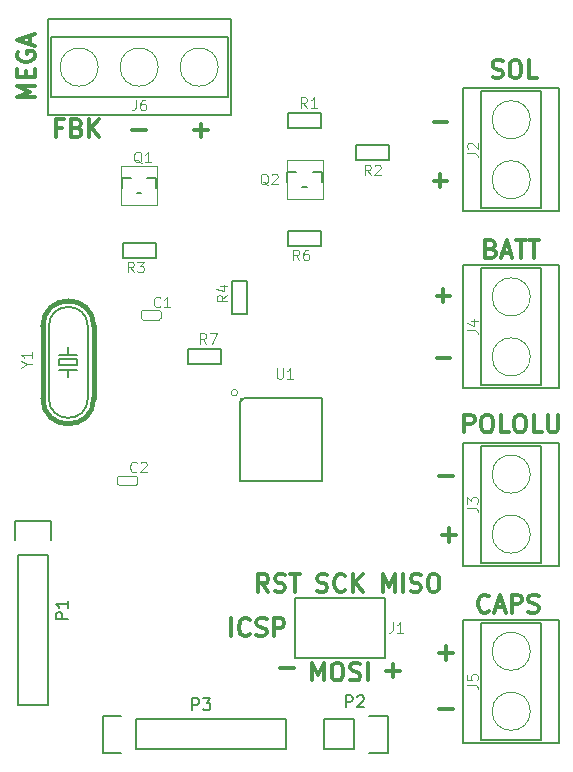
<source format=gto>
G04 #@! TF.FileFunction,Legend,Top*
%FSLAX46Y46*%
G04 Gerber Fmt 4.6, Leading zero omitted, Abs format (unit mm)*
G04 Created by KiCad (PCBNEW 4.0.2+dfsg1-stable) date ti. 12. des. 2017 kl. 16.44 +0100*
%MOMM*%
G01*
G04 APERTURE LIST*
%ADD10C,0.100000*%
%ADD11C,0.300000*%
%ADD12C,0.076200*%
%ADD13C,0.066040*%
%ADD14C,0.127000*%
%ADD15C,0.063500*%
%ADD16C,0.150000*%
%ADD17C,0.152400*%
%ADD18C,0.406400*%
%ADD19C,0.101600*%
G04 APERTURE END LIST*
D10*
D11*
X169142857Y-117428571D02*
X169142857Y-115928571D01*
X169642857Y-117000000D01*
X170142857Y-115928571D01*
X170142857Y-117428571D01*
X170857143Y-117428571D02*
X170857143Y-115928571D01*
X171500000Y-117357143D02*
X171714286Y-117428571D01*
X172071429Y-117428571D01*
X172214286Y-117357143D01*
X172285715Y-117285714D01*
X172357143Y-117142857D01*
X172357143Y-117000000D01*
X172285715Y-116857143D01*
X172214286Y-116785714D01*
X172071429Y-116714286D01*
X171785715Y-116642857D01*
X171642857Y-116571429D01*
X171571429Y-116500000D01*
X171500000Y-116357143D01*
X171500000Y-116214286D01*
X171571429Y-116071429D01*
X171642857Y-116000000D01*
X171785715Y-115928571D01*
X172142857Y-115928571D01*
X172357143Y-116000000D01*
X173285714Y-115928571D02*
X173571428Y-115928571D01*
X173714286Y-116000000D01*
X173857143Y-116142857D01*
X173928571Y-116428571D01*
X173928571Y-116928571D01*
X173857143Y-117214286D01*
X173714286Y-117357143D01*
X173571428Y-117428571D01*
X173285714Y-117428571D01*
X173142857Y-117357143D01*
X173000000Y-117214286D01*
X172928571Y-116928571D01*
X172928571Y-116428571D01*
X173000000Y-116142857D01*
X173142857Y-116000000D01*
X173285714Y-115928571D01*
X159428572Y-117428571D02*
X158928572Y-116714286D01*
X158571429Y-117428571D02*
X158571429Y-115928571D01*
X159142857Y-115928571D01*
X159285715Y-116000000D01*
X159357143Y-116071429D01*
X159428572Y-116214286D01*
X159428572Y-116428571D01*
X159357143Y-116571429D01*
X159285715Y-116642857D01*
X159142857Y-116714286D01*
X158571429Y-116714286D01*
X160000000Y-117357143D02*
X160214286Y-117428571D01*
X160571429Y-117428571D01*
X160714286Y-117357143D01*
X160785715Y-117285714D01*
X160857143Y-117142857D01*
X160857143Y-117000000D01*
X160785715Y-116857143D01*
X160714286Y-116785714D01*
X160571429Y-116714286D01*
X160285715Y-116642857D01*
X160142857Y-116571429D01*
X160071429Y-116500000D01*
X160000000Y-116357143D01*
X160000000Y-116214286D01*
X160071429Y-116071429D01*
X160142857Y-116000000D01*
X160285715Y-115928571D01*
X160642857Y-115928571D01*
X160857143Y-116000000D01*
X161285714Y-115928571D02*
X162142857Y-115928571D01*
X161714286Y-117428571D02*
X161714286Y-115928571D01*
X163571429Y-117357143D02*
X163785715Y-117428571D01*
X164142858Y-117428571D01*
X164285715Y-117357143D01*
X164357144Y-117285714D01*
X164428572Y-117142857D01*
X164428572Y-117000000D01*
X164357144Y-116857143D01*
X164285715Y-116785714D01*
X164142858Y-116714286D01*
X163857144Y-116642857D01*
X163714286Y-116571429D01*
X163642858Y-116500000D01*
X163571429Y-116357143D01*
X163571429Y-116214286D01*
X163642858Y-116071429D01*
X163714286Y-116000000D01*
X163857144Y-115928571D01*
X164214286Y-115928571D01*
X164428572Y-116000000D01*
X165928572Y-117285714D02*
X165857143Y-117357143D01*
X165642857Y-117428571D01*
X165500000Y-117428571D01*
X165285715Y-117357143D01*
X165142857Y-117214286D01*
X165071429Y-117071429D01*
X165000000Y-116785714D01*
X165000000Y-116571429D01*
X165071429Y-116285714D01*
X165142857Y-116142857D01*
X165285715Y-116000000D01*
X165500000Y-115928571D01*
X165642857Y-115928571D01*
X165857143Y-116000000D01*
X165928572Y-116071429D01*
X166571429Y-117428571D02*
X166571429Y-115928571D01*
X167428572Y-117428571D02*
X166785715Y-116571429D01*
X167428572Y-115928571D02*
X166571429Y-116785714D01*
X169428572Y-124107143D02*
X170571429Y-124107143D01*
X170000000Y-124678571D02*
X170000000Y-123535714D01*
X163142857Y-124928571D02*
X163142857Y-123428571D01*
X163642857Y-124500000D01*
X164142857Y-123428571D01*
X164142857Y-124928571D01*
X165142857Y-123428571D02*
X165428571Y-123428571D01*
X165571429Y-123500000D01*
X165714286Y-123642857D01*
X165785714Y-123928571D01*
X165785714Y-124428571D01*
X165714286Y-124714286D01*
X165571429Y-124857143D01*
X165428571Y-124928571D01*
X165142857Y-124928571D01*
X165000000Y-124857143D01*
X164857143Y-124714286D01*
X164785714Y-124428571D01*
X164785714Y-123928571D01*
X164857143Y-123642857D01*
X165000000Y-123500000D01*
X165142857Y-123428571D01*
X166357143Y-124857143D02*
X166571429Y-124928571D01*
X166928572Y-124928571D01*
X167071429Y-124857143D01*
X167142858Y-124785714D01*
X167214286Y-124642857D01*
X167214286Y-124500000D01*
X167142858Y-124357143D01*
X167071429Y-124285714D01*
X166928572Y-124214286D01*
X166642858Y-124142857D01*
X166500000Y-124071429D01*
X166428572Y-124000000D01*
X166357143Y-123857143D01*
X166357143Y-123714286D01*
X166428572Y-123571429D01*
X166500000Y-123500000D01*
X166642858Y-123428571D01*
X167000000Y-123428571D01*
X167214286Y-123500000D01*
X167857143Y-124928571D02*
X167857143Y-123428571D01*
X160428572Y-123857143D02*
X161571429Y-123857143D01*
X156285715Y-121178571D02*
X156285715Y-119678571D01*
X157857144Y-121035714D02*
X157785715Y-121107143D01*
X157571429Y-121178571D01*
X157428572Y-121178571D01*
X157214287Y-121107143D01*
X157071429Y-120964286D01*
X157000001Y-120821429D01*
X156928572Y-120535714D01*
X156928572Y-120321429D01*
X157000001Y-120035714D01*
X157071429Y-119892857D01*
X157214287Y-119750000D01*
X157428572Y-119678571D01*
X157571429Y-119678571D01*
X157785715Y-119750000D01*
X157857144Y-119821429D01*
X158428572Y-121107143D02*
X158642858Y-121178571D01*
X159000001Y-121178571D01*
X159142858Y-121107143D01*
X159214287Y-121035714D01*
X159285715Y-120892857D01*
X159285715Y-120750000D01*
X159214287Y-120607143D01*
X159142858Y-120535714D01*
X159000001Y-120464286D01*
X158714287Y-120392857D01*
X158571429Y-120321429D01*
X158500001Y-120250000D01*
X158428572Y-120107143D01*
X158428572Y-119964286D01*
X158500001Y-119821429D01*
X158571429Y-119750000D01*
X158714287Y-119678571D01*
X159071429Y-119678571D01*
X159285715Y-119750000D01*
X159928572Y-121178571D02*
X159928572Y-119678571D01*
X160500000Y-119678571D01*
X160642858Y-119750000D01*
X160714286Y-119821429D01*
X160785715Y-119964286D01*
X160785715Y-120178571D01*
X160714286Y-120321429D01*
X160642858Y-120392857D01*
X160500000Y-120464286D01*
X159928572Y-120464286D01*
X173928572Y-127357143D02*
X175071429Y-127357143D01*
X173928572Y-122607143D02*
X175071429Y-122607143D01*
X174500000Y-123178571D02*
X174500000Y-122035714D01*
X178107144Y-119035714D02*
X178035715Y-119107143D01*
X177821429Y-119178571D01*
X177678572Y-119178571D01*
X177464287Y-119107143D01*
X177321429Y-118964286D01*
X177250001Y-118821429D01*
X177178572Y-118535714D01*
X177178572Y-118321429D01*
X177250001Y-118035714D01*
X177321429Y-117892857D01*
X177464287Y-117750000D01*
X177678572Y-117678571D01*
X177821429Y-117678571D01*
X178035715Y-117750000D01*
X178107144Y-117821429D01*
X178678572Y-118750000D02*
X179392858Y-118750000D01*
X178535715Y-119178571D02*
X179035715Y-117678571D01*
X179535715Y-119178571D01*
X180035715Y-119178571D02*
X180035715Y-117678571D01*
X180607143Y-117678571D01*
X180750001Y-117750000D01*
X180821429Y-117821429D01*
X180892858Y-117964286D01*
X180892858Y-118178571D01*
X180821429Y-118321429D01*
X180750001Y-118392857D01*
X180607143Y-118464286D01*
X180035715Y-118464286D01*
X181464286Y-119107143D02*
X181678572Y-119178571D01*
X182035715Y-119178571D01*
X182178572Y-119107143D01*
X182250001Y-119035714D01*
X182321429Y-118892857D01*
X182321429Y-118750000D01*
X182250001Y-118607143D01*
X182178572Y-118535714D01*
X182035715Y-118464286D01*
X181750001Y-118392857D01*
X181607143Y-118321429D01*
X181535715Y-118250000D01*
X181464286Y-118107143D01*
X181464286Y-117964286D01*
X181535715Y-117821429D01*
X181607143Y-117750000D01*
X181750001Y-117678571D01*
X182107143Y-117678571D01*
X182321429Y-117750000D01*
X174178572Y-112607143D02*
X175321429Y-112607143D01*
X174750000Y-113178571D02*
X174750000Y-112035714D01*
X173928572Y-107607143D02*
X175071429Y-107607143D01*
X176035714Y-103928571D02*
X176035714Y-102428571D01*
X176607142Y-102428571D01*
X176750000Y-102500000D01*
X176821428Y-102571429D01*
X176892857Y-102714286D01*
X176892857Y-102928571D01*
X176821428Y-103071429D01*
X176750000Y-103142857D01*
X176607142Y-103214286D01*
X176035714Y-103214286D01*
X177821428Y-102428571D02*
X178107142Y-102428571D01*
X178250000Y-102500000D01*
X178392857Y-102642857D01*
X178464285Y-102928571D01*
X178464285Y-103428571D01*
X178392857Y-103714286D01*
X178250000Y-103857143D01*
X178107142Y-103928571D01*
X177821428Y-103928571D01*
X177678571Y-103857143D01*
X177535714Y-103714286D01*
X177464285Y-103428571D01*
X177464285Y-102928571D01*
X177535714Y-102642857D01*
X177678571Y-102500000D01*
X177821428Y-102428571D01*
X179821429Y-103928571D02*
X179107143Y-103928571D01*
X179107143Y-102428571D01*
X180607143Y-102428571D02*
X180892857Y-102428571D01*
X181035715Y-102500000D01*
X181178572Y-102642857D01*
X181250000Y-102928571D01*
X181250000Y-103428571D01*
X181178572Y-103714286D01*
X181035715Y-103857143D01*
X180892857Y-103928571D01*
X180607143Y-103928571D01*
X180464286Y-103857143D01*
X180321429Y-103714286D01*
X180250000Y-103428571D01*
X180250000Y-102928571D01*
X180321429Y-102642857D01*
X180464286Y-102500000D01*
X180607143Y-102428571D01*
X182607144Y-103928571D02*
X181892858Y-103928571D01*
X181892858Y-102428571D01*
X183107144Y-102428571D02*
X183107144Y-103642857D01*
X183178572Y-103785714D01*
X183250001Y-103857143D01*
X183392858Y-103928571D01*
X183678572Y-103928571D01*
X183821430Y-103857143D01*
X183892858Y-103785714D01*
X183964287Y-103642857D01*
X183964287Y-102428571D01*
X173678572Y-97607143D02*
X174821429Y-97607143D01*
X173678572Y-92357143D02*
X174821429Y-92357143D01*
X174250000Y-92928571D02*
X174250000Y-91785714D01*
X178321429Y-88392857D02*
X178535715Y-88464286D01*
X178607143Y-88535714D01*
X178678572Y-88678571D01*
X178678572Y-88892857D01*
X178607143Y-89035714D01*
X178535715Y-89107143D01*
X178392857Y-89178571D01*
X177821429Y-89178571D01*
X177821429Y-87678571D01*
X178321429Y-87678571D01*
X178464286Y-87750000D01*
X178535715Y-87821429D01*
X178607143Y-87964286D01*
X178607143Y-88107143D01*
X178535715Y-88250000D01*
X178464286Y-88321429D01*
X178321429Y-88392857D01*
X177821429Y-88392857D01*
X179250000Y-88750000D02*
X179964286Y-88750000D01*
X179107143Y-89178571D02*
X179607143Y-87678571D01*
X180107143Y-89178571D01*
X180392857Y-87678571D02*
X181250000Y-87678571D01*
X180821429Y-89178571D02*
X180821429Y-87678571D01*
X181535714Y-87678571D02*
X182392857Y-87678571D01*
X181964286Y-89178571D02*
X181964286Y-87678571D01*
X173428572Y-82607143D02*
X174571429Y-82607143D01*
X174000000Y-83178571D02*
X174000000Y-82035714D01*
X173428572Y-77607143D02*
X174571429Y-77607143D01*
X178428571Y-73857143D02*
X178642857Y-73928571D01*
X179000000Y-73928571D01*
X179142857Y-73857143D01*
X179214286Y-73785714D01*
X179285714Y-73642857D01*
X179285714Y-73500000D01*
X179214286Y-73357143D01*
X179142857Y-73285714D01*
X179000000Y-73214286D01*
X178714286Y-73142857D01*
X178571428Y-73071429D01*
X178500000Y-73000000D01*
X178428571Y-72857143D01*
X178428571Y-72714286D01*
X178500000Y-72571429D01*
X178571428Y-72500000D01*
X178714286Y-72428571D01*
X179071428Y-72428571D01*
X179285714Y-72500000D01*
X180214285Y-72428571D02*
X180499999Y-72428571D01*
X180642857Y-72500000D01*
X180785714Y-72642857D01*
X180857142Y-72928571D01*
X180857142Y-73428571D01*
X180785714Y-73714286D01*
X180642857Y-73857143D01*
X180499999Y-73928571D01*
X180214285Y-73928571D01*
X180071428Y-73857143D01*
X179928571Y-73714286D01*
X179857142Y-73428571D01*
X179857142Y-72928571D01*
X179928571Y-72642857D01*
X180071428Y-72500000D01*
X180214285Y-72428571D01*
X182214286Y-73928571D02*
X181500000Y-73928571D01*
X181500000Y-72428571D01*
X139678571Y-75571428D02*
X138178571Y-75571428D01*
X139250000Y-75071428D01*
X138178571Y-74571428D01*
X139678571Y-74571428D01*
X138892857Y-73857142D02*
X138892857Y-73357142D01*
X139678571Y-73142856D02*
X139678571Y-73857142D01*
X138178571Y-73857142D01*
X138178571Y-73142856D01*
X138250000Y-71714285D02*
X138178571Y-71857142D01*
X138178571Y-72071428D01*
X138250000Y-72285713D01*
X138392857Y-72428571D01*
X138535714Y-72499999D01*
X138821429Y-72571428D01*
X139035714Y-72571428D01*
X139321429Y-72499999D01*
X139464286Y-72428571D01*
X139607143Y-72285713D01*
X139678571Y-72071428D01*
X139678571Y-71928571D01*
X139607143Y-71714285D01*
X139535714Y-71642856D01*
X139035714Y-71642856D01*
X139035714Y-71928571D01*
X139250000Y-71071428D02*
X139250000Y-70357142D01*
X139678571Y-71214285D02*
X138178571Y-70714285D01*
X139678571Y-70214285D01*
X153178572Y-78357143D02*
X154321429Y-78357143D01*
X153750000Y-78928571D02*
X153750000Y-77785714D01*
X147928572Y-78357143D02*
X149071429Y-78357143D01*
X141964286Y-78142857D02*
X141464286Y-78142857D01*
X141464286Y-78928571D02*
X141464286Y-77428571D01*
X142178572Y-77428571D01*
X143250000Y-78142857D02*
X143464286Y-78214286D01*
X143535714Y-78285714D01*
X143607143Y-78428571D01*
X143607143Y-78642857D01*
X143535714Y-78785714D01*
X143464286Y-78857143D01*
X143321428Y-78928571D01*
X142750000Y-78928571D01*
X142750000Y-77428571D01*
X143250000Y-77428571D01*
X143392857Y-77500000D01*
X143464286Y-77571429D01*
X143535714Y-77714286D01*
X143535714Y-77857143D01*
X143464286Y-78000000D01*
X143392857Y-78071429D01*
X143250000Y-78142857D01*
X142750000Y-78142857D01*
X144250000Y-78928571D02*
X144250000Y-77428571D01*
X145107143Y-78928571D02*
X144464286Y-78071429D01*
X145107143Y-77428571D02*
X144250000Y-78285714D01*
D12*
X150338200Y-93733300D02*
X150338200Y-94266700D01*
X150211200Y-94393700D02*
X148788800Y-94393700D01*
X148661800Y-94266700D02*
X148661800Y-93733300D01*
X148788800Y-93606300D02*
X150211200Y-93606300D01*
X150338200Y-93733300D02*
G75*
G03X150211200Y-93606300I-127000J0D01*
G01*
X150211200Y-94393700D02*
G75*
G03X150338200Y-94266700I0J127000D01*
G01*
X148661800Y-94266700D02*
G75*
G03X148788800Y-94393700I127000J0D01*
G01*
X148788800Y-93606300D02*
G75*
G03X148661800Y-93733300I0J-127000D01*
G01*
X148338200Y-107733300D02*
X148338200Y-108266700D01*
X148211200Y-108393700D02*
X146788800Y-108393700D01*
X146661800Y-108266700D02*
X146661800Y-107733300D01*
X146788800Y-107606300D02*
X148211200Y-107606300D01*
X148338200Y-107733300D02*
G75*
G03X148211200Y-107606300I-127000J0D01*
G01*
X148211200Y-108393700D02*
G75*
G03X148338200Y-108266700I0J127000D01*
G01*
X146661800Y-108266700D02*
G75*
G03X146788800Y-108393700I127000J0D01*
G01*
X146788800Y-107606300D02*
G75*
G03X146661800Y-107733300I0J-127000D01*
G01*
D13*
X161690000Y-117960000D02*
X161690000Y-123040000D01*
X161690000Y-123040000D02*
X169310000Y-123040000D01*
X169310000Y-117960000D02*
X169310000Y-123040000D01*
X161690000Y-117960000D02*
X169310000Y-117960000D01*
D14*
X169310000Y-117960000D02*
X169310000Y-123040000D01*
X169310000Y-123040000D02*
X161690000Y-123040000D01*
X161690000Y-123040000D02*
X161690000Y-117960000D01*
X161690000Y-117960000D02*
X169310000Y-117960000D01*
D10*
X169310000Y-117960000D02*
X169310000Y-123040000D01*
X169310000Y-123040000D02*
X161690000Y-123040000D01*
X161690000Y-123040000D02*
X161690000Y-117960000D01*
X161690000Y-117960000D02*
X169310000Y-117960000D01*
D13*
X184064000Y-74793000D02*
X175936000Y-74793000D01*
X175936000Y-74793000D02*
X175936000Y-85207000D01*
X184064000Y-85207000D02*
X175936000Y-85207000D01*
X184064000Y-74793000D02*
X184064000Y-85207000D01*
D14*
X184064000Y-85207000D02*
X175936000Y-85207000D01*
X175936000Y-85207000D02*
X175936000Y-74793000D01*
X175936000Y-74793000D02*
X184064000Y-74793000D01*
X184064000Y-74793000D02*
X184064000Y-85207000D01*
X182540000Y-84953000D02*
X177460000Y-84953000D01*
X177460000Y-84953000D02*
X177460000Y-75047000D01*
X177460000Y-75047000D02*
X182540000Y-75047000D01*
X182540000Y-75047000D02*
X182540000Y-84953000D01*
D15*
X181616446Y-82540000D02*
G75*
G03X181616446Y-82540000I-1616446J0D01*
G01*
X181616446Y-77460000D02*
G75*
G03X181616446Y-77460000I-1616446J0D01*
G01*
D13*
X184064000Y-104793000D02*
X175936000Y-104793000D01*
X175936000Y-104793000D02*
X175936000Y-115207000D01*
X184064000Y-115207000D02*
X175936000Y-115207000D01*
X184064000Y-104793000D02*
X184064000Y-115207000D01*
D14*
X184064000Y-115207000D02*
X175936000Y-115207000D01*
X175936000Y-115207000D02*
X175936000Y-104793000D01*
X175936000Y-104793000D02*
X184064000Y-104793000D01*
X184064000Y-104793000D02*
X184064000Y-115207000D01*
X182540000Y-114953000D02*
X177460000Y-114953000D01*
X177460000Y-114953000D02*
X177460000Y-105047000D01*
X177460000Y-105047000D02*
X182540000Y-105047000D01*
X182540000Y-105047000D02*
X182540000Y-114953000D01*
D15*
X181616446Y-112540000D02*
G75*
G03X181616446Y-112540000I-1616446J0D01*
G01*
X181616446Y-107460000D02*
G75*
G03X181616446Y-107460000I-1616446J0D01*
G01*
D13*
X175936000Y-100207000D02*
X184064000Y-100207000D01*
X184064000Y-100207000D02*
X184064000Y-89793000D01*
X175936000Y-89793000D02*
X184064000Y-89793000D01*
X175936000Y-100207000D02*
X175936000Y-89793000D01*
D14*
X175936000Y-89793000D02*
X184064000Y-89793000D01*
X184064000Y-89793000D02*
X184064000Y-100207000D01*
X184064000Y-100207000D02*
X175936000Y-100207000D01*
X175936000Y-100207000D02*
X175936000Y-89793000D01*
X177460000Y-90047000D02*
X182540000Y-90047000D01*
X182540000Y-90047000D02*
X182540000Y-99953000D01*
X182540000Y-99953000D02*
X177460000Y-99953000D01*
X177460000Y-99953000D02*
X177460000Y-90047000D01*
D15*
X181616446Y-92460000D02*
G75*
G03X181616446Y-92460000I-1616446J0D01*
G01*
X181616446Y-97540000D02*
G75*
G03X181616446Y-97540000I-1616446J0D01*
G01*
D13*
X175936000Y-130207000D02*
X184064000Y-130207000D01*
X184064000Y-130207000D02*
X184064000Y-119793000D01*
X175936000Y-119793000D02*
X184064000Y-119793000D01*
X175936000Y-130207000D02*
X175936000Y-119793000D01*
D14*
X175936000Y-119793000D02*
X184064000Y-119793000D01*
X184064000Y-119793000D02*
X184064000Y-130207000D01*
X184064000Y-130207000D02*
X175936000Y-130207000D01*
X175936000Y-130207000D02*
X175936000Y-119793000D01*
X177460000Y-120047000D02*
X182540000Y-120047000D01*
X182540000Y-120047000D02*
X182540000Y-129953000D01*
X182540000Y-129953000D02*
X177460000Y-129953000D01*
X177460000Y-129953000D02*
X177460000Y-120047000D01*
D15*
X181616446Y-122460000D02*
G75*
G03X181616446Y-122460000I-1616446J0D01*
G01*
X181616446Y-127540000D02*
G75*
G03X181616446Y-127540000I-1616446J0D01*
G01*
D13*
X140753000Y-68936000D02*
X140753000Y-77064000D01*
X140753000Y-77064000D02*
X156247000Y-77064000D01*
X156247000Y-68936000D02*
X156247000Y-77064000D01*
X140753000Y-68936000D02*
X156247000Y-68936000D01*
D14*
X156247000Y-68936000D02*
X156247000Y-77064000D01*
X156247000Y-77064000D02*
X140753000Y-77064000D01*
X140753000Y-77064000D02*
X140753000Y-68936000D01*
X140753000Y-68936000D02*
X156247000Y-68936000D01*
X155993000Y-70460000D02*
X155993000Y-75540000D01*
X155993000Y-75540000D02*
X141007000Y-75540000D01*
X141007000Y-75540000D02*
X141007000Y-70460000D01*
X141007000Y-70460000D02*
X155993000Y-70460000D01*
D15*
X155196446Y-73000000D02*
G75*
G03X155196446Y-73000000I-1616446J0D01*
G01*
X150116446Y-73000000D02*
G75*
G03X150116446Y-73000000I-1616446J0D01*
G01*
X145036446Y-73000000D02*
G75*
G03X145036446Y-73000000I-1616446J0D01*
G01*
D16*
X140770000Y-114270000D02*
X140770000Y-126970000D01*
X140770000Y-126970000D02*
X138230000Y-126970000D01*
X138230000Y-126970000D02*
X138230000Y-114270000D01*
X141050000Y-111450000D02*
X141050000Y-113000000D01*
X140770000Y-114270000D02*
X138230000Y-114270000D01*
X137950000Y-113000000D02*
X137950000Y-111450000D01*
X137950000Y-111450000D02*
X141050000Y-111450000D01*
X166730000Y-130770000D02*
X164190000Y-130770000D01*
X169550000Y-131050000D02*
X168000000Y-131050000D01*
X166730000Y-130770000D02*
X166730000Y-128230000D01*
X168000000Y-127950000D02*
X169550000Y-127950000D01*
X169550000Y-127950000D02*
X169550000Y-131050000D01*
X166730000Y-128230000D02*
X164190000Y-128230000D01*
X164190000Y-128230000D02*
X164190000Y-130770000D01*
X148270000Y-128230000D02*
X160970000Y-128230000D01*
X160970000Y-128230000D02*
X160970000Y-130770000D01*
X160970000Y-130770000D02*
X148270000Y-130770000D01*
X145450000Y-127950000D02*
X147000000Y-127950000D01*
X148270000Y-128230000D02*
X148270000Y-130770000D01*
X147000000Y-131050000D02*
X145450000Y-131050000D01*
X145450000Y-131050000D02*
X145450000Y-127950000D01*
D13*
X146976000Y-84651000D02*
X150024000Y-84651000D01*
X150024000Y-84651000D02*
X150024000Y-81349000D01*
X146976000Y-81349000D02*
X150024000Y-81349000D01*
X146976000Y-84651000D02*
X146976000Y-81349000D01*
D14*
X148309500Y-83635000D02*
X148690500Y-83635000D01*
X149960500Y-83254000D02*
X149960500Y-82365000D01*
X149960500Y-82365000D02*
X149198500Y-82365000D01*
X147801500Y-82365000D02*
X147039500Y-82365000D01*
X147039500Y-82365000D02*
X147039500Y-83254000D01*
D13*
X160976000Y-84151000D02*
X164024000Y-84151000D01*
X164024000Y-84151000D02*
X164024000Y-80849000D01*
X160976000Y-80849000D02*
X164024000Y-80849000D01*
X160976000Y-84151000D02*
X160976000Y-80849000D01*
D14*
X162309500Y-83135000D02*
X162690500Y-83135000D01*
X163960500Y-82754000D02*
X163960500Y-81865000D01*
X163960500Y-81865000D02*
X163198500Y-81865000D01*
X161801500Y-81865000D02*
X161039500Y-81865000D01*
X161039500Y-81865000D02*
X161039500Y-82754000D01*
X163897000Y-78135000D02*
X161103000Y-78135000D01*
X161103000Y-78135000D02*
X161103000Y-76865000D01*
X161103000Y-76865000D02*
X163897000Y-76865000D01*
X163897000Y-76865000D02*
X163897000Y-78135000D01*
X166853000Y-79615000D02*
X169647000Y-79615000D01*
X169647000Y-79615000D02*
X169647000Y-80885000D01*
X169647000Y-80885000D02*
X166853000Y-80885000D01*
X166853000Y-80885000D02*
X166853000Y-79615000D01*
X147103000Y-87865000D02*
X149897000Y-87865000D01*
X149897000Y-87865000D02*
X149897000Y-89135000D01*
X149897000Y-89135000D02*
X147103000Y-89135000D01*
X147103000Y-89135000D02*
X147103000Y-87865000D01*
X157635000Y-91103000D02*
X157635000Y-93897000D01*
X157635000Y-93897000D02*
X156365000Y-93897000D01*
X156365000Y-93897000D02*
X156365000Y-91103000D01*
X156365000Y-91103000D02*
X157635000Y-91103000D01*
X161103000Y-86865000D02*
X163897000Y-86865000D01*
X163897000Y-86865000D02*
X163897000Y-88135000D01*
X163897000Y-88135000D02*
X161103000Y-88135000D01*
X161103000Y-88135000D02*
X161103000Y-86865000D01*
D13*
X156997340Y-108002660D02*
X164002660Y-108002660D01*
X164002660Y-108002660D02*
X164002660Y-100997340D01*
X156997340Y-100997340D02*
X164002660Y-100997340D01*
X156997340Y-108002660D02*
X156997340Y-100997340D01*
D17*
X164002660Y-100997340D02*
X164002660Y-108002660D01*
X164002660Y-108002660D02*
X156997340Y-108002660D01*
X156997340Y-108002660D02*
X156997340Y-101350400D01*
X157350400Y-100997340D02*
X164002660Y-100997340D01*
X157350400Y-100997340D02*
X156997340Y-101350400D01*
D10*
X156832408Y-100563000D02*
G75*
G03X156832408Y-100563000I-269408J0D01*
G01*
D18*
X140341000Y-94952000D02*
X140341000Y-101048000D01*
X144659000Y-94952000D02*
X144659000Y-101048000D01*
D17*
X140849000Y-94952000D02*
X140849000Y-101048000D01*
X144151000Y-101048000D02*
X144151000Y-94952000D01*
X143262000Y-97746000D02*
X143262000Y-98254000D01*
X143262000Y-98254000D02*
X141738000Y-98254000D01*
X141738000Y-98254000D02*
X141738000Y-97746000D01*
X141738000Y-97746000D02*
X143262000Y-97746000D01*
X143262000Y-98635000D02*
X142500000Y-98635000D01*
X142500000Y-98635000D02*
X141738000Y-98635000D01*
X143262000Y-97365000D02*
X142500000Y-97365000D01*
X142500000Y-97365000D02*
X141738000Y-97365000D01*
X142500000Y-98635000D02*
X142500000Y-99270000D01*
X142500000Y-97365000D02*
X142500000Y-96730000D01*
D18*
X144659000Y-94952000D02*
G75*
G03X140341000Y-94952000I-2159000J0D01*
G01*
X140341000Y-101048000D02*
G75*
G03X144659000Y-101048000I2159000J0D01*
G01*
D17*
X144151000Y-94952000D02*
G75*
G03X140849000Y-94952000I-1651000J0D01*
G01*
X140849000Y-101048000D02*
G75*
G03X144151000Y-101048000I1651000J0D01*
G01*
D14*
X155397000Y-98135000D02*
X152603000Y-98135000D01*
X152603000Y-98135000D02*
X152603000Y-96865000D01*
X152603000Y-96865000D02*
X155397000Y-96865000D01*
X155397000Y-96865000D02*
X155397000Y-98135000D01*
D19*
X150304334Y-93238000D02*
X150262000Y-93280333D01*
X150135000Y-93322667D01*
X150050334Y-93322667D01*
X149923334Y-93280333D01*
X149838667Y-93195667D01*
X149796334Y-93111000D01*
X149754000Y-92941667D01*
X149754000Y-92814667D01*
X149796334Y-92645333D01*
X149838667Y-92560667D01*
X149923334Y-92476000D01*
X150050334Y-92433667D01*
X150135000Y-92433667D01*
X150262000Y-92476000D01*
X150304334Y-92518333D01*
X151151000Y-93322667D02*
X150643000Y-93322667D01*
X150897000Y-93322667D02*
X150897000Y-92433667D01*
X150812334Y-92560667D01*
X150727667Y-92645333D01*
X150643000Y-92687667D01*
X148304334Y-107238000D02*
X148262000Y-107280333D01*
X148135000Y-107322667D01*
X148050334Y-107322667D01*
X147923334Y-107280333D01*
X147838667Y-107195667D01*
X147796334Y-107111000D01*
X147754000Y-106941667D01*
X147754000Y-106814667D01*
X147796334Y-106645333D01*
X147838667Y-106560667D01*
X147923334Y-106476000D01*
X148050334Y-106433667D01*
X148135000Y-106433667D01*
X148262000Y-106476000D01*
X148304334Y-106518333D01*
X148643000Y-106518333D02*
X148685334Y-106476000D01*
X148770000Y-106433667D01*
X148981667Y-106433667D01*
X149066334Y-106476000D01*
X149108667Y-106518333D01*
X149151000Y-106603000D01*
X149151000Y-106687667D01*
X149108667Y-106814667D01*
X148600667Y-107322667D01*
X149151000Y-107322667D01*
X169953667Y-120013167D02*
X169953667Y-120648167D01*
X169911333Y-120775167D01*
X169826667Y-120859833D01*
X169699667Y-120902167D01*
X169615000Y-120902167D01*
X170842666Y-120902167D02*
X170334666Y-120902167D01*
X170588666Y-120902167D02*
X170588666Y-120013167D01*
X170504000Y-120140167D01*
X170419333Y-120224833D01*
X170334666Y-120267167D01*
X176263167Y-80296333D02*
X176898167Y-80296333D01*
X177025167Y-80338667D01*
X177109833Y-80423333D01*
X177152167Y-80550333D01*
X177152167Y-80635000D01*
X176347833Y-79915334D02*
X176305500Y-79873000D01*
X176263167Y-79788334D01*
X176263167Y-79576667D01*
X176305500Y-79492000D01*
X176347833Y-79449667D01*
X176432500Y-79407334D01*
X176517167Y-79407334D01*
X176644167Y-79449667D01*
X177152167Y-79957667D01*
X177152167Y-79407334D01*
X176263167Y-110296333D02*
X176898167Y-110296333D01*
X177025167Y-110338667D01*
X177109833Y-110423333D01*
X177152167Y-110550333D01*
X177152167Y-110635000D01*
X176263167Y-109957667D02*
X176263167Y-109407334D01*
X176601833Y-109703667D01*
X176601833Y-109576667D01*
X176644167Y-109492000D01*
X176686500Y-109449667D01*
X176771167Y-109407334D01*
X176982833Y-109407334D01*
X177067500Y-109449667D01*
X177109833Y-109492000D01*
X177152167Y-109576667D01*
X177152167Y-109830667D01*
X177109833Y-109915334D01*
X177067500Y-109957667D01*
X176263167Y-95296333D02*
X176898167Y-95296333D01*
X177025167Y-95338667D01*
X177109833Y-95423333D01*
X177152167Y-95550333D01*
X177152167Y-95635000D01*
X176559500Y-94492000D02*
X177152167Y-94492000D01*
X176220833Y-94703667D02*
X176855833Y-94915334D01*
X176855833Y-94365000D01*
X176263167Y-125296333D02*
X176898167Y-125296333D01*
X177025167Y-125338667D01*
X177109833Y-125423333D01*
X177152167Y-125550333D01*
X177152167Y-125635000D01*
X176263167Y-124449667D02*
X176263167Y-124873000D01*
X176686500Y-124915334D01*
X176644167Y-124873000D01*
X176601833Y-124788334D01*
X176601833Y-124576667D01*
X176644167Y-124492000D01*
X176686500Y-124449667D01*
X176771167Y-124407334D01*
X176982833Y-124407334D01*
X177067500Y-124449667D01*
X177109833Y-124492000D01*
X177152167Y-124576667D01*
X177152167Y-124788334D01*
X177109833Y-124873000D01*
X177067500Y-124915334D01*
X148203667Y-75763167D02*
X148203667Y-76398167D01*
X148161333Y-76525167D01*
X148076667Y-76609833D01*
X147949667Y-76652167D01*
X147865000Y-76652167D01*
X149008000Y-75763167D02*
X148838666Y-75763167D01*
X148754000Y-75805500D01*
X148711666Y-75847833D01*
X148627000Y-75974833D01*
X148584666Y-76144167D01*
X148584666Y-76482833D01*
X148627000Y-76567500D01*
X148669333Y-76609833D01*
X148754000Y-76652167D01*
X148923333Y-76652167D01*
X149008000Y-76609833D01*
X149050333Y-76567500D01*
X149092666Y-76482833D01*
X149092666Y-76271167D01*
X149050333Y-76186500D01*
X149008000Y-76144167D01*
X148923333Y-76101833D01*
X148754000Y-76101833D01*
X148669333Y-76144167D01*
X148627000Y-76186500D01*
X148584666Y-76271167D01*
D16*
X142452381Y-119738095D02*
X141452381Y-119738095D01*
X141452381Y-119357142D01*
X141500000Y-119261904D01*
X141547619Y-119214285D01*
X141642857Y-119166666D01*
X141785714Y-119166666D01*
X141880952Y-119214285D01*
X141928571Y-119261904D01*
X141976190Y-119357142D01*
X141976190Y-119738095D01*
X142452381Y-118214285D02*
X142452381Y-118785714D01*
X142452381Y-118500000D02*
X141452381Y-118500000D01*
X141595238Y-118595238D01*
X141690476Y-118690476D01*
X141738095Y-118785714D01*
X166011905Y-127202381D02*
X166011905Y-126202381D01*
X166392858Y-126202381D01*
X166488096Y-126250000D01*
X166535715Y-126297619D01*
X166583334Y-126392857D01*
X166583334Y-126535714D01*
X166535715Y-126630952D01*
X166488096Y-126678571D01*
X166392858Y-126726190D01*
X166011905Y-126726190D01*
X166964286Y-126297619D02*
X167011905Y-126250000D01*
X167107143Y-126202381D01*
X167345239Y-126202381D01*
X167440477Y-126250000D01*
X167488096Y-126297619D01*
X167535715Y-126392857D01*
X167535715Y-126488095D01*
X167488096Y-126630952D01*
X166916667Y-127202381D01*
X167535715Y-127202381D01*
X153011905Y-127452381D02*
X153011905Y-126452381D01*
X153392858Y-126452381D01*
X153488096Y-126500000D01*
X153535715Y-126547619D01*
X153583334Y-126642857D01*
X153583334Y-126785714D01*
X153535715Y-126880952D01*
X153488096Y-126928571D01*
X153392858Y-126976190D01*
X153011905Y-126976190D01*
X153916667Y-126452381D02*
X154535715Y-126452381D01*
X154202381Y-126833333D01*
X154345239Y-126833333D01*
X154440477Y-126880952D01*
X154488096Y-126928571D01*
X154535715Y-127023810D01*
X154535715Y-127261905D01*
X154488096Y-127357143D01*
X154440477Y-127404762D01*
X154345239Y-127452381D01*
X154059524Y-127452381D01*
X153964286Y-127404762D01*
X153916667Y-127357143D01*
D19*
X148732833Y-81137333D02*
X148648167Y-81095000D01*
X148563500Y-81010333D01*
X148436500Y-80883333D01*
X148351833Y-80841000D01*
X148267167Y-80841000D01*
X148309500Y-81052667D02*
X148224833Y-81010333D01*
X148140167Y-80925667D01*
X148097833Y-80756333D01*
X148097833Y-80460000D01*
X148140167Y-80290667D01*
X148224833Y-80206000D01*
X148309500Y-80163667D01*
X148478833Y-80163667D01*
X148563500Y-80206000D01*
X148648167Y-80290667D01*
X148690500Y-80460000D01*
X148690500Y-80756333D01*
X148648167Y-80925667D01*
X148563500Y-81010333D01*
X148478833Y-81052667D01*
X148309500Y-81052667D01*
X149537166Y-81052667D02*
X149029166Y-81052667D01*
X149283166Y-81052667D02*
X149283166Y-80163667D01*
X149198500Y-80290667D01*
X149113833Y-80375333D01*
X149029166Y-80417667D01*
X159415333Y-82986833D02*
X159330667Y-82944500D01*
X159246000Y-82859833D01*
X159119000Y-82732833D01*
X159034333Y-82690500D01*
X158949667Y-82690500D01*
X158992000Y-82902167D02*
X158907333Y-82859833D01*
X158822667Y-82775167D01*
X158780333Y-82605833D01*
X158780333Y-82309500D01*
X158822667Y-82140167D01*
X158907333Y-82055500D01*
X158992000Y-82013167D01*
X159161333Y-82013167D01*
X159246000Y-82055500D01*
X159330667Y-82140167D01*
X159373000Y-82309500D01*
X159373000Y-82605833D01*
X159330667Y-82775167D01*
X159246000Y-82859833D01*
X159161333Y-82902167D01*
X158992000Y-82902167D01*
X159711666Y-82097833D02*
X159754000Y-82055500D01*
X159838666Y-82013167D01*
X160050333Y-82013167D01*
X160135000Y-82055500D01*
X160177333Y-82097833D01*
X160219666Y-82182500D01*
X160219666Y-82267167D01*
X160177333Y-82394167D01*
X159669333Y-82902167D01*
X160219666Y-82902167D01*
X162669334Y-76441667D02*
X162373000Y-76018333D01*
X162161334Y-76441667D02*
X162161334Y-75552667D01*
X162500000Y-75552667D01*
X162584667Y-75595000D01*
X162627000Y-75637333D01*
X162669334Y-75722000D01*
X162669334Y-75849000D01*
X162627000Y-75933667D01*
X162584667Y-75976000D01*
X162500000Y-76018333D01*
X162161334Y-76018333D01*
X163516000Y-76441667D02*
X163008000Y-76441667D01*
X163262000Y-76441667D02*
X163262000Y-75552667D01*
X163177334Y-75679667D01*
X163092667Y-75764333D01*
X163008000Y-75806667D01*
X168101834Y-82152167D02*
X167805500Y-81728833D01*
X167593834Y-82152167D02*
X167593834Y-81263167D01*
X167932500Y-81263167D01*
X168017167Y-81305500D01*
X168059500Y-81347833D01*
X168101834Y-81432500D01*
X168101834Y-81559500D01*
X168059500Y-81644167D01*
X168017167Y-81686500D01*
X167932500Y-81728833D01*
X167593834Y-81728833D01*
X168440500Y-81347833D02*
X168482834Y-81305500D01*
X168567500Y-81263167D01*
X168779167Y-81263167D01*
X168863834Y-81305500D01*
X168906167Y-81347833D01*
X168948500Y-81432500D01*
X168948500Y-81517167D01*
X168906167Y-81644167D01*
X168398167Y-82152167D01*
X168948500Y-82152167D01*
X148034334Y-90362667D02*
X147738000Y-89939333D01*
X147526334Y-90362667D02*
X147526334Y-89473667D01*
X147865000Y-89473667D01*
X147949667Y-89516000D01*
X147992000Y-89558333D01*
X148034334Y-89643000D01*
X148034334Y-89770000D01*
X147992000Y-89854667D01*
X147949667Y-89897000D01*
X147865000Y-89939333D01*
X147526334Y-89939333D01*
X148330667Y-89473667D02*
X148881000Y-89473667D01*
X148584667Y-89812333D01*
X148711667Y-89812333D01*
X148796334Y-89854667D01*
X148838667Y-89897000D01*
X148881000Y-89981667D01*
X148881000Y-90193333D01*
X148838667Y-90278000D01*
X148796334Y-90320333D01*
X148711667Y-90362667D01*
X148457667Y-90362667D01*
X148373000Y-90320333D01*
X148330667Y-90278000D01*
X155941667Y-92330666D02*
X155518333Y-92627000D01*
X155941667Y-92838666D02*
X155052667Y-92838666D01*
X155052667Y-92500000D01*
X155095000Y-92415333D01*
X155137333Y-92373000D01*
X155222000Y-92330666D01*
X155349000Y-92330666D01*
X155433667Y-92373000D01*
X155476000Y-92415333D01*
X155518333Y-92500000D01*
X155518333Y-92838666D01*
X155349000Y-91568666D02*
X155941667Y-91568666D01*
X155010333Y-91780333D02*
X155645333Y-91992000D01*
X155645333Y-91441666D01*
X162034334Y-89362667D02*
X161738000Y-88939333D01*
X161526334Y-89362667D02*
X161526334Y-88473667D01*
X161865000Y-88473667D01*
X161949667Y-88516000D01*
X161992000Y-88558333D01*
X162034334Y-88643000D01*
X162034334Y-88770000D01*
X161992000Y-88854667D01*
X161949667Y-88897000D01*
X161865000Y-88939333D01*
X161526334Y-88939333D01*
X162796334Y-88473667D02*
X162627000Y-88473667D01*
X162542334Y-88516000D01*
X162500000Y-88558333D01*
X162415334Y-88685333D01*
X162373000Y-88854667D01*
X162373000Y-89193333D01*
X162415334Y-89278000D01*
X162457667Y-89320333D01*
X162542334Y-89362667D01*
X162711667Y-89362667D01*
X162796334Y-89320333D01*
X162838667Y-89278000D01*
X162881000Y-89193333D01*
X162881000Y-88981667D01*
X162838667Y-88897000D01*
X162796334Y-88854667D01*
X162711667Y-88812333D01*
X162542334Y-88812333D01*
X162457667Y-88854667D01*
X162415334Y-88897000D01*
X162373000Y-88981667D01*
X160140167Y-98488667D02*
X160140167Y-99208333D01*
X160182500Y-99293000D01*
X160224833Y-99335333D01*
X160309500Y-99377667D01*
X160478833Y-99377667D01*
X160563500Y-99335333D01*
X160605833Y-99293000D01*
X160648167Y-99208333D01*
X160648167Y-98488667D01*
X161537166Y-99377667D02*
X161029166Y-99377667D01*
X161283166Y-99377667D02*
X161283166Y-98488667D01*
X161198500Y-98615667D01*
X161113833Y-98700333D01*
X161029166Y-98742667D01*
X138978833Y-98173333D02*
X139402167Y-98173333D01*
X138513167Y-98469666D02*
X138978833Y-98173333D01*
X138513167Y-97877000D01*
X139402167Y-97115000D02*
X139402167Y-97623000D01*
X139402167Y-97369000D02*
X138513167Y-97369000D01*
X138640167Y-97453666D01*
X138724833Y-97538333D01*
X138767167Y-97623000D01*
X154169334Y-96441667D02*
X153873000Y-96018333D01*
X153661334Y-96441667D02*
X153661334Y-95552667D01*
X154000000Y-95552667D01*
X154084667Y-95595000D01*
X154127000Y-95637333D01*
X154169334Y-95722000D01*
X154169334Y-95849000D01*
X154127000Y-95933667D01*
X154084667Y-95976000D01*
X154000000Y-96018333D01*
X153661334Y-96018333D01*
X154465667Y-95552667D02*
X155058334Y-95552667D01*
X154677334Y-96441667D01*
M02*

</source>
